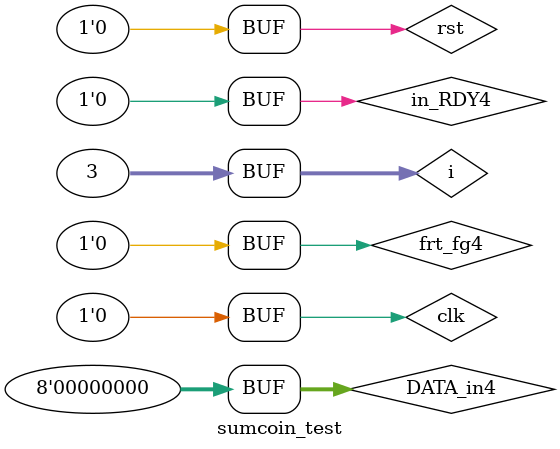
<source format=v>
module sumcoin_test;

reg clk, rst;
reg frt_fg4, in_RDY4;
reg [7:0] DATA_in4;
wire out_RDY4, state_cmp4;
wire [7:0] DATA_out4;
integer i;

sum_coins sumct(.clk(clk), .rst(rst), .frt_fg4(frt_fg4), .in_RDY4(in_RDY4), .DATA_in4(DATA_in4), .state_cmp4(state_cmp4), .out_RDY4(out_RDY4), .DATA_out4(DATA_out4));

initial 
	begin
	     clk = 0;
	     rst = 1; 
	#10  clk = 1;
	     rst = 0;	     
	#10  clk = 0;
	#10  clk = 1;
	     frt_fg4 = 1;
	     in_RDY4 = 1;
	#10  clk = 0;
	#10  clk = 1;
	     frt_fg4 = 0;
	     in_RDY4 = 0;
	     DATA_in4 = 8'b0000_0001;
	#10  clk = 0;
	#10  clk = 1;
	     DATA_in4 = 8'b0000_0000;
	#10  clk = 0;
	
	for(i=0;i<3;i=i+1) begin
		#10 clk = 1;
		#10 clk = 0;
		end

	#10  clk = 1;
	     in_RDY4 = 1;
	#10  clk = 0;
	#10  clk = 1;
	     in_RDY4 = 0;
	     DATA_in4 = 8'b0000_0101;
	#10  clk = 0;
	#10  clk = 1;
	     DATA_in4 = 8'b0000_0000;
	#10  clk = 0;
	
	for(i=0;i<3;i=i+1) begin
		#10 clk = 1;
		#10 clk = 0;
		end

	#10  clk = 1;
	     frt_fg4 = 1;
	     in_RDY4 = 1;
	#10  clk = 0;
	#10  clk = 1;
	     frt_fg4 = 0;
	     in_RDY4 = 0;
	     DATA_in4 = 8'b0000_1010;
	#10  clk = 0;
	#10  clk = 1;
	     DATA_in4 = 8'b0000_0000;
	#10  clk = 0;
	
	for(i=0;i<3;i=i+1) begin
		#10 clk = 1;
		#10 clk = 0;
		end
	end
endmodule

</source>
